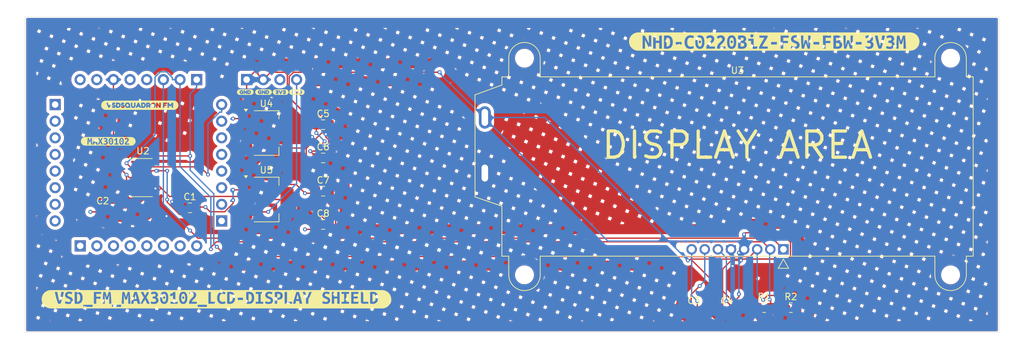
<source format=kicad_pcb>
(kicad_pcb (version 20240108) (generator "pcbnew") (generator_version "8.0")
  (layers (0 "F.Cu" signal) (31 "B.Cu" signal) (34 "B.Paste" user) (35 "F.Paste" user) (36 "B.SilkS" user "B.Silkscreen") (37 "F.SilkS" user "F.Silkscreen") (38 "B.Mask" user) (39 "F.Mask" user) (44 "Edge.Cuts" user))
  (net 0 "")
  (net 1 "+3.3V")
  (net 2 "GND")
  (net 3 "+1V8")
  (net 4 "Net-(U3-C1-)")
  (net 5 "Net-(U3-C1+)")
  (net 6 "Net-(U3-VOUT)")
  (net 7 "+5V")
  (net 8 "/SCL")
  (net 9 "/SDA")
  (net 14 "/MAX_INT")
  (net 26 "/RST")
  (footprint "Capacitor_SMD:C_0805_2012Metric_Pad1.18x1.45mm_HandSolder" (layer "F.Cu") (at 102.6375 101.6)
    (property "Reference" "C8" (at 0 -1.68 0) (layer "F.SilkS"))
    (property "Value" "22uF")
    (pad "1" smd roundrect (at -1.0375 0) (size 1.175 1.45) (layers "F.Cu" "F.Paste" "F.Mask") (roundrect_rratio 0.212766) (net 2 "GND"))
    (pad "2" smd roundrect (at 1.0375 0) (size 1.175 1.45) (layers "F.Cu" "F.Paste" "F.Mask") (roundrect_rratio 0.212766) (net 3 "+1V8"))
  )
  (footprint "Package_TO_SOT_SMD:SOT-223-3_TabPin2" (layer "F.Cu") (at 93.98 97.79)
    (property "Reference" "U5" (at 0 -4.5 0) (layer "F.SilkS"))
    (property "Value" "AMS1117-1.8")
    (pad "1" smd roundrect (at -3.15 -2.3) (size 2 1.5) (layers "F.Cu" "F.Paste" "F.Mask") (net 2 "GND"))
    (pad "2" smd roundrect (at -3.15 0) (size 2 1.5) (layers "F.Cu" "F.Paste" "F.Mask") (net 3 "+1V8"))
    (pad "2" smd roundrect (at 3.15 0) (size 2 3.8) (layers "F.Cu" "F.Paste" "F.Mask") (net 3 "+1V8"))
    (pad "3" smd roundrect (at -3.15 2.3) (size 2 1.5) (layers "F.Cu" "F.Paste" "F.Mask") (net 7 "+5V"))
  )
  (footprint "kibuzzard-67923B7F" (layer "F.Cu") (at 171.45 73.66)
    (property "Reference" "kibuzzard-67923B7F" (hide yes))
    (property "Value" "G***" (hide yes))
  )
  (footprint "Package_TO_SOT_SMD:SOT-223-3_TabPin2" (layer "F.Cu") (at 93.98 87.63)
    (property "Reference" "U4" (at 0 -4.5 0) (layer "F.SilkS"))
    (property "Value" "AMS1117-3.3")
    (pad "1" smd roundrect (at -3.15 -2.3) (size 2 1.5) (layers "F.Cu" "F.Paste" "F.Mask") (net 2 "GND"))
    (pad "2" smd roundrect (at -3.15 0) (size 2 1.5) (layers "F.Cu" "F.Paste" "F.Mask") (net 1 "+3.3V"))
    (pad "2" smd roundrect (at 3.15 0) (size 2 3.8) (layers "F.Cu" "F.Paste" "F.Mask") (net 1 "+3.3V"))
    (pad "3" smd roundrect (at -3.15 2.3) (size 2 1.5) (layers "F.Cu" "F.Paste" "F.Mask") (net 7 "+5V"))
  )
  (footprint "Resistor_SMD:R_0805_2012Metric_Pad1.20x1.40mm_HandSolder" (layer "F.Cu") (at 173.99 114.3)
    (property "Reference" "R2" (at 0 -1.65 0) (layer "F.SilkS"))
    (property "Value" "10K")
    (pad "1" smd roundrect (at -1 0) (size 1.2 1.4) (layers "F.Cu" "F.Paste" "F.Mask") (roundrect_rratio 0.208333) (net 1 "+3.3V"))
    (pad "2" smd roundrect (at 1 0) (size 1.2 1.4) (layers "F.Cu" "F.Paste" "F.Mask") (roundrect_rratio 0.208333) (net 9 "/SDA"))
  )
  (footprint "kibuzzard-67923C2B" (layer "F.Cu") (at 86.36 113.03)
    (property "Reference" "kibuzzard-67923C2B" (hide yes))
    (property "Value" "G***" (hide yes))
  )
  (footprint "Capacitor_SMD:C_0805_2012Metric_Pad1.18x1.45mm_HandSolder" (layer "F.Cu") (at 102.6375 96.52)
    (property "Reference" "C7" (at 0 -1.68 0) (layer "F.SilkS"))
    (property "Value" "10UF")
    (pad "1" smd roundrect (at -1.0375 0) (size 1.175 1.45) (layers "F.Cu" "F.Paste" "F.Mask") (roundrect_rratio 0.212766) (net 2 "GND"))
    (pad "2" smd roundrect (at 1.0375 0) (size 1.175 1.45) (layers "F.Cu" "F.Paste" "F.Mask") (roundrect_rratio 0.212766) (net 7 "+5V"))
  )
  (footprint "Capacitor_SMD:C_0805_2012Metric_Pad1.18x1.45mm_HandSolder" (layer "F.Cu") (at 102.6375 86.36)
    (property "Reference" "C5" (at 0 -1.68 0) (layer "F.SilkS"))
    (property "Value" "10UF")
    (pad "1" smd roundrect (at -1.0375 0) (size 1.175 1.45) (layers "F.Cu" "F.Paste" "F.Mask") (roundrect_rratio 0.212766) (net 2 "GND"))
    (pad "2" smd roundrect (at 1.0375 0) (size 1.175 1.45) (layers "F.Cu" "F.Paste" "F.Mask") (roundrect_rratio 0.212766) (net 7 "+5V"))
  )
  (footprint "kibuzzard-67923BE0" (layer "F.Cu") (at 69.85 88.9)
    (property "Reference" "kibuzzard-67923BE0" (hide yes))
    (property "Value" "G***" (hide yes))
  )
  (footprint "OptoDevice:Maxim_OLGA-14_3.3x5.6mm_P0.8mm" (layer "F.Cu") (at 74.93 94.45)
    (property "Reference" "U2" (at 0.22 -4.07 0) (layer "F.SilkS"))
    (property "Value" "MAX30102")
    (pad "1" smd roundrect (at -1.2 -2.4) (size 0.75 0.35) (layers "F.Cu" "F.Paste" "F.Mask"))
    (pad "2" smd roundrect (at -1.2 -1.6) (size 0.75 0.35) (layers "F.Cu" "F.Paste" "F.Mask") (net 8 "/SCL"))
    (pad "3" smd roundrect (at -1.2 -0.8) (size 0.75 0.35) (layers "F.Cu" "F.Paste" "F.Mask") (net 9 "/SDA"))
    (pad "4" smd roundrect (at -1.2 0) (size 0.75 0.35) (layers "F.Cu" "F.Paste" "F.Mask") (net 2 "GND"))
    (pad "5" smd roundrect (at -1.2 0.8) (size 0.75 0.35) (layers "F.Cu" "F.Paste" "F.Mask"))
    (pad "6" smd roundrect (at -1.2 1.6) (size 0.75 0.35) (layers "F.Cu" "F.Paste" "F.Mask"))
    (pad "7" smd roundrect (at -1.2 2.4) (size 0.75 0.35) (layers "F.Cu" "F.Paste" "F.Mask"))
    (pad "8" smd roundrect (at 1.2 2.4) (size 0.75 0.35) (layers "F.Cu" "F.Paste" "F.Mask"))
    (pad "9" smd roundrect (at 1.2 1.6) (size 0.75 0.35) (layers "F.Cu" "F.Paste" "F.Mask") (net 1 "+3.3V"))
    (pad "10" smd roundrect (at 1.2 0.8) (size 0.75 0.35) (layers "F.Cu" "F.Paste" "F.Mask") (net 1 "+3.3V"))
    (pad "11" smd roundrect (at 1.2 0) (size 0.75 0.35) (layers "F.Cu" "F.Paste" "F.Mask") (net 3 "+1V8"))
    (pad "12" smd roundrect (at 1.2 -0.8) (size 0.75 0.35) (layers "F.Cu" "F.Paste" "F.Mask") (net 2 "GND"))
    (pad "13" smd roundrect (at 1.2 -1.6) (size 0.75 0.35) (layers "F.Cu" "F.Paste" "F.Mask") (net 14 "/MAX_INT"))
    (pad "14" smd roundrect (at 1.2 -2.4) (size 0.75 0.35) (layers "F.Cu" "F.Paste" "F.Mask"))
  )
  (footprint "Capacitor_SMD:C_0805_2012Metric_Pad1.18x1.45mm_HandSolder" (layer "F.Cu") (at 82.3175 99.06)
    (property "Reference" "C1" (at 0 -1.68 0) (layer "F.SilkS"))
    (property "Value" "4.7uF")
    (pad "1" smd roundrect (at -1.0375 0) (size 1.175 1.45) (layers "F.Cu" "F.Paste" "F.Mask") (roundrect_rratio 0.212766) (net 1 "+3.3V"))
    (pad "2" smd roundrect (at 1.0375 0) (size 1.175 1.45) (layers "F.Cu" "F.Paste" "F.Mask") (roundrect_rratio 0.212766) (net 2 "GND"))
  )
  (footprint "Resistor_SMD:R_0805_2012Metric_Pad1.20x1.40mm_HandSolder" (layer "F.Cu") (at 169.91 114.3)
    (property "Reference" "R1" (at 0 -1.65 0) (layer "F.SilkS"))
    (property "Value" "10K")
    (pad "1" smd roundrect (at -1 0) (size 1.2 1.4) (layers "F.Cu" "F.Paste" "F.Mask") (roundrect_rratio 0.208333) (net 1 "+3.3V"))
    (pad "2" smd roundrect (at 1 0) (size 1.2 1.4) (layers "F.Cu" "F.Paste" "F.Mask") (roundrect_rratio 0.208333) (net 8 "/SCL"))
  )
  (footprint "VSDsquadron_FM:VSDSquadron_FM" (layer "F.Cu") (at 74.5033 92.1568)
    (property "Reference" "U1" (hide yes))
    (property "Value" "VSDSquadron FM" (hide yes))
    (pad "1" thru_hole rect (at -8.925764 12.718236 90) (size 1.7 1.7) (drill 1) (layers "*.Cu" "*.Mask"))
    (pad "2" thru_hole oval (at -6.385764 12.718236 90) (size 1.7 1.7) (drill 1) (layers "*.Cu" "*.Mask"))
    (pad "3" thru_hole oval (at -3.845764 12.718236 90) (size 1.7 1.7) (drill 1) (layers "*.Cu" "*.Mask"))
    (pad "4" thru_hole oval (at -1.305764 12.718236 90) (size 1.7 1.7) (drill 1) (layers "*.Cu" "*.Mask"))
    (pad "5" thru_hole oval (at 1.234236 12.718236 90) (size 1.7 1.7) (drill 1) (layers "*.Cu" "*.Mask"))
    (pad "6" thru_hole oval (at 3.774236 12.718236 90) (size 1.7 1.7) (drill 1) (layers "*.Cu" "*.Mask"))
    (pad "7" thru_hole oval (at 6.314236 12.718236 90) (size 1.7 1.7) (drill 1) (layers "*.Cu" "*.Mask"))
    (pad "8" thru_hole oval (at 8.854236 12.718236 90) (size 1.7 1.7) (drill 1) (layers "*.Cu" "*.Mask"))
    (pad "9" thru_hole rect (at 12.649236 8.908236 180) (size 1.7 1.7) (drill 1) (layers "*.Cu" "*.Mask"))
    (pad "10" thru_hole oval (at 12.649236 6.368236 180) (size 1.7 1.7) (drill 1) (layers "*.Cu" "*.Mask"))
    (pad "11" thru_hole oval (at 12.649236 3.828236 180) (size 1.7 1.7) (drill 1) (layers "*.Cu" "*.Mask"))
    (pad "12" thru_hole oval (at 12.649236 1.288236 180) (size 1.7 1.7) (drill 1) (layers "*.Cu" "*.Mask"))
    (pad "13" thru_hole oval (at 12.649236 -1.251764 180) (size 1.7 1.7) (drill 1) (layers "*.Cu" "*.Mask"))
    (pad "14" thru_hole oval (at 12.649236 -3.791764 180) (size 1.7 1.7) (drill 1) (layers "*.Cu" "*.Mask"))
    (pad "15" thru_hole oval (at 12.649236 -6.331764 180) (size 1.7 1.7) (drill 1) (layers "*.Cu" "*.Mask"))
    (pad "16" thru_hole oval (at 12.649236 -8.871764 180) (size 1.7 1.7) (drill 1) (layers "*.Cu" "*.Mask") (net 14 "/MAX_INT"))
    (pad "17" thru_hole rect (at 8.839236 -12.681764 270) (size 1.7 1.7) (drill 1) (layers "*.Cu" "*.Mask") (net 9 "/SDA"))
    (pad "18" thru_hole oval (at 6.299236 -12.681764 270) (size 1.7 1.7) (drill 1) (layers "*.Cu" "*.Mask") (net 8 "/SCL"))
    (pad "19" thru_hole oval (at 3.759236 -12.681764 270) (size 1.7 1.7) (drill 1) (layers "*.Cu" "*.Mask") (net 26 "/RST"))
    (pad "20" thru_hole oval (at 1.219236 -12.681764 270) (size 1.7 1.7) (drill 1) (layers "*.Cu" "*.Mask"))
    (pad "21" thru_hole oval (at -1.320764 -12.681764 270) (size 1.7 1.7) (drill 1) (layers "*.Cu" "*.Mask"))
    (pad "22" thru_hole oval (at -3.860764 -12.681764 270) (size 1.7 1.7) (drill 1) (layers "*.Cu" "*.Mask") (net 2 "GND"))
    (pad "23" thru_hole oval (at -6.400764 -12.681764 270) (size 1.7 1.7) (drill 1) (layers "*.Cu" "*.Mask"))
    (pad "24" thru_hole oval (at -8.940764 -12.681764 270) (size 1.7 1.7) (drill 1) (layers "*.Cu" "*.Mask"))
    (pad "25" thru_hole rect (at -12.750764 -8.871764) (size 1.7 1.7) (drill 1) (layers "*.Cu" "*.Mask"))
    (pad "26" thru_hole oval (at -12.750764 -6.331764) (size 1.7 1.7) (drill 1) (layers "*.Cu" "*.Mask"))
    (pad "27" thru_hole oval (at -12.750764 -3.791764) (size 1.7 1.7) (drill 1) (layers "*.Cu" "*.Mask"))
    (pad "28" thru_hole oval (at -12.750764 -1.251764) (size 1.7 1.7) (drill 1) (layers "*.Cu" "*.Mask"))
    (pad "29" thru_hole oval (at -12.750764 1.288236) (size 1.7 1.7) (drill 1) (layers "*.Cu" "*.Mask"))
    (pad "30" thru_hole oval (at -12.750764 3.828236) (size 1.7 1.7) (drill 1) (layers "*.Cu" "*.Mask"))
    (pad "31" thru_hole oval (at -12.750764 6.368236) (size 1.7 1.7) (drill 1) (layers "*.Cu" "*.Mask"))
    (pad "32" thru_hole oval (at -12.750764 8.908236) (size 1.7 1.7) (drill 1) (layers "*.Cu" "*.Mask"))
    (pad "33" thru_hole rect (at 16.459236 -12.681764 90) (size 1.7 1.7) (drill 1) (layers "*.Cu" "*.Mask") (net 2 "GND"))
    (pad "34" thru_hole oval (at 18.999236 -12.681764 90) (size 1.7 1.7) (drill 1) (layers "*.Cu" "*.Mask") (net 2 "GND"))
    (pad "35" thru_hole oval (at 21.539236 -12.681764 90) (size 1.7 1.7) (drill 1) (layers "*.Cu" "*.Mask"))
    (pad "36" thru_hole oval (at 24.079236 -12.681764 90) (size 1.7 1.7) (drill 1) (layers "*.Cu" "*.Mask") (net 7 "+5V"))
  )
  (footprint "Display:NHD-C0220BiZ" (layer "F.Cu") (at 165.85 89.5)
    (property "Reference" "U3" (at 0 -11.43 0) (layer "F.SilkS"))
    (property "Value" "NHD-C0220BIZ")
    (fp_text user "DISPLAY AREA" (at 0 0 0) (layer "F.SilkS") (effects (font (size 4 4) (thickness 0.5))))
    (pad "" np_thru_hole circle (at -32.5 -13.3) (size 2.5 2.5) (drill 2.5) (layers "*.Cu" "*.Mask"))
    (pad "" np_thru_hole circle (at -32.5 19.8) (size 2.5 2.5) (drill 2.5) (layers "*.Cu" "*.Mask"))
    (pad "" np_thru_hole circle (at 32.5 -13.3) (size 2.5 2.5) (drill 2.5) (layers "*.Cu" "*.Mask"))
    (pad "" np_thru_hole circle (at 32.5 19.8) (size 2.5 2.5) (drill 2.5) (layers "*.Cu" "*.Mask"))
    (pad "1" thru_hole rect (at 7 15.9) (size 1.6 1.6) (drill 1) (layers "*.Cu" "*.Mask") (net 26 "/RST"))
    (pad "2" thru_hole circle (at 5 15.9) (size 1.6 1.6) (drill 1) (layers "*.Cu" "*.Mask") (net 8 "/SCL"))
    (pad "3" thru_hole circle (at 3 15.9) (size 1.6 1.6) (drill 1) (layers "*.Cu" "*.Mask") (net 9 "/SDA"))
    (pad "4" thru_hole circle (at 1 15.9) (size 1.6 1.6) (drill 1) (layers "*.Cu" "*.Mask") (net 2 "GND"))
    (pad "5" thru_hole circle (at -1 15.9) (size 1.6 1.6) (drill 1) (layers "*.Cu" "*.Mask") (net 1 "+3.3V"))
    (pad "6" thru_hole circle (at -3 15.9) (size 1.6 1.6) (drill 1) (layers "*.Cu" "*.Mask") (net 6 "Net-(U3-VOUT)"))
    (pad "7" thru_hole circle (at -5 15.9) (size 1.6 1.6) (drill 1) (layers "*.Cu" "*.Mask") (net 5 "Net-(U3-C1+)"))
    (pad "8" thru_hole circle (at -7 15.9) (size 1.6 1.6) (drill 1) (layers "*.Cu" "*.Mask") (net 4 "Net-(U3-C1-)"))
    (pad "9" thru_hole oval (at -38.55 4.25) (size 1.8 3.4) (drill oval 1 2.6) (layers "*.Cu" "*.Mask") (net 1 "+3.3V"))
    (pad "10" thru_hole oval (at -38.55 -4.25) (size 1.8 3.4) (drill oval 1 2.6) (layers "*.Cu" "*.Mask") (net 2 "GND"))
  )
  (footprint "Capacitor_SMD:C_0201_0603Metric_Pad0.64x0.40mm_HandSolder" (layer "F.Cu") (at 69.0125 99.06)
    (property "Reference" "C2" (at 0 -1.05 0) (layer "F.SilkS"))
    (property "Value" "1uF")
    (pad "1" smd roundrect (at -0.4075 0) (size 0.635 0.4) (layers "F.Cu" "F.Mask") (net 2 "GND"))
    (pad "2" smd roundrect (at 0.4075 0) (size 0.635 0.4) (layers "F.Cu" "F.Mask") (net 3 "+1V8"))
  )
  (footprint "Capacitor_SMD:C_0201_0603Metric_Pad0.64x0.40mm_HandSolder" (layer "F.Cu") (at 164.2625 114.3)
    (property "Reference" "C4" (at 0 -1.05 0) (layer "F.SilkS"))
    (property "Value" "1uF")
    (pad "1" smd roundrect (at -0.4075 0) (size 0.635 0.4) (layers "F.Cu" "F.Mask") (net 2 "GND"))
    (pad "2" smd roundrect (at 0.4075 0) (size 0.635 0.4) (layers "F.Cu" "F.Mask") (net 6 "Net-(U3-VOUT)"))
  )
  (footprint "Capacitor_SMD:C_0201_0603Metric_Pad0.64x0.40mm_HandSolder" (layer "F.Cu") (at 159.1825 114.3)
    (property "Reference" "C3" (at 0 -1.05 0) (layer "F.SilkS"))
    (property "Value" "1uF")
    (pad "1" smd roundrect (at -0.4075 0) (size 0.635 0.4) (layers "F.Cu" "F.Mask") (net 5 "Net-(U3-C1+)"))
    (pad "2" smd roundrect (at 0.4075 0) (size 0.635 0.4) (layers "F.Cu" "F.Mask") (net 4 "Net-(U3-C1-)"))
  )
  (footprint "Capacitor_SMD:C_0805_2012Metric_Pad1.18x1.45mm_HandSolder" (layer "F.Cu") (at 102.6375 91.44)
    (property "Reference" "C6" (at 0 -1.68 0) (layer "F.SilkS"))
    (property "Value" "22uF")
    (pad "1" smd roundrect (at -1.0375 0) (size 1.175 1.45) (layers "F.Cu" "F.Paste" "F.Mask") (roundrect_rratio 0.212766) (net 2 "GND"))
    (pad "2" smd roundrect (at 1.0375 0) (size 1.175 1.45) (layers "F.Cu" "F.Paste" "F.Mask") (roundrect_rratio 0.212766) (net 1 "+3.3V"))
  )
  (gr_line (start 57.15 69.85) (end 57.15 118.11) (stroke (width 0.05)) (layer "Edge.Cuts"))
  (gr_line (start 57.15 69.85) (end 205.74 69.85) (stroke (width 0.05)) (layer "Edge.Cuts"))
  (gr_line (start 205.74 69.85) (end 205.74 118.11) (stroke (width 0.05)) (layer "Edge.Cuts"))
  (gr_line (start 57.15 118.11) (end 205.74 118.11) (stroke (width 0.05)) (layer "Edge.Cuts"))
  (segment (start 169.890086 115.280086) (end 172.009914 115.280086) (width 0.2) (layer "F.Cu") (net 1))
  (segment (start 77 96.05) (end 77.053817 96.103817) (width 0.2) (layer "F.Cu") (net 1))
  (segment (start 172.009914 115.280086) (end 172.99 114.3) (width 0.2) (layer "F.Cu") (net 1))
  (segment (start 100.33 88.9) (end 100.33 88.884634) (width 0.2) (layer "F.Cu") (net 1))
  (segment (start 98.4 88.9) (end 100.33 88.9) (width 0.2) (layer "F.Cu") (net 1))
  (segment (start 168.91 111.76) (end 165.1 107.95) (width 0.2) (layer "F.Cu") (net 1))
  (segment (start 168.91 114.3) (end 169.890086 115.280086) (width 0.2) (layer "F.Cu") (net 1))
  (segment (start 79.59613 98.027842) (end 79.59613 98.124846) (width 0.2) (layer "F.Cu") (net 1))
  (segment (start 97.13 87.63) (end 98.4 88.9) (width 0.2) (layer "F.Cu") (net 1))
  (segment (start 90.83 87.63) (end 97.13 87.63) (width 0.2) (layer "F.Cu") (net 1))
  (segment (start 100.33 88.884634) (end 100.957317 88.257317) (width 0.2) (layer "F.Cu") (net 1))
  (segment (start 81.28 99.06) (end 79.921986 97.701986) (width 0.2) (layer "F.Cu") (net 1))
  (segment (start 103.675 88.884634) (end 103.047683 88.257317) (width 0.2) (layer "F.Cu") (net 1))
  (segment (start 103.047683 88.257317) (end 103.047683 87.807683) (width 0.2) (layer "F.Cu") (net 1))
  (segment (start 79.921986 97.701986) (end 79.59613 98.027842) (width 0.2) (layer "F.Cu") (net 1))
  (segment (start 103.675 91.44) (end 103.675 88.884634) (width 0.2) (layer "F.Cu") (net 1))
  (segment (start 168.91 114.3) (end 168.91 111.76) (width 0.2) (layer "F.Cu") (net 1))
  (segment (start 76.13 96.05) (end 77 96.05) (width 0.2) (layer "F.Cu") (net 1))
  (via (at 100.957317 88.257317) (size 0.6) (drill 0.3) (layers "F.Cu" "B.Cu") (net 1))
  (via (at 103.047683 87.807683) (size 0.6) (drill 0.3) (layers "F.Cu" "B.Cu") (net 1))
  (via (at 79.59613 98.124846) (size 0.6) (drill 0.3) (layers "F.Cu" "B.Cu") (net 1))
  (via (at 165.1 107.95) (size 0.6) (drill 0.3) (layers "F.Cu" "B.Cu") (net 1))
  (via (at 77.053817 96.103817) (size 0.6) (drill 0.3) (layers "F.Cu" "B.Cu") (net 1))
  (via (at 78.74 100.33) (size 0.6) (drill 0.3) (layers "F.Cu" "B.Cu") (net 1))
  (segment (start 103.450086 89.14028) (end 103.11028 89.480086) (width 0.2) (layer "B.Cu") (net 1))
  (segment (start 102.180086 89.480086) (end 100.957317 88.257317) (width 0.2) (layer "B.Cu") (net 1))
  (segment (start 164.85 106.43) (end 164.85 105.4) (width 0.2) (layer "B.Cu") (net 1))
  (segment (start 165.1 107.95) (end 165.1 106.68) (width 0.2) (layer "B.Cu") (net 1))
  (segment (start 77.47 96.52) (end 77.47 99.06) (width 0.2) (layer "B.Cu") (net 1))
  (segment (start 103.11028 89.480086) (end 102.180086 89.480086) (width 0.2) (layer "B.Cu") (net 1))
  (segment (start 165.1 106.68) (end 164.85 106.43) (width 0.2) (layer "B.Cu") (net 1))
  (segment (start 103.450086 88.210086) (end 103.450086 89.14028) (width 0.2) (layer "B.Cu") (net 1))
  (segment (start 77.053817 96.103817) (end 77.47 96.52) (width 0.2) (layer "B.Cu") (net 1))
  (segment (start 77.47 99.06) (end 78.74 100.33) (width 0.2) (layer "B.Cu") (net 1))
  (segment (start 103.047683 87.807683) (end 103.450086 88.210086) (width 0.2) (layer "B.Cu") (net 1))
  (segment (start 75.26 93.65) (end 76.13 93.65) (width 0.2) (layer "F.Cu") (net 2))
  (segment (start 77.193 93.3996) (end 76.3804 93.3996) (width 0.2) (layer "F.Cu") (net 2))
  (segment (start 88.8932 96.3135) (end 90.0065 96.3135) (width 0.2) (layer "F.Cu") (net 2))
  (segment (start 164.135087 114.780086) (end 165.047708 114.780086) (width 0.2) (layer "F.Cu") (net 2))
  (segment (start 90.962536 85.197464) (end 90.83 85.33) (width 0.2) (layer "F.Cu") (net 2))
  (segment (start 166.57 106.888086) (end 166.37 107.088086) (width 0.2) (layer "F.Cu") (net 2))
  (segment (start 85.383522 99.655122) (end 87.620633 99.655122) (width 0.2) (layer "F.Cu") (net 2))
  (segment (start 99.8614 102.3509) (end 100.8491 102.3509) (width 0.2) (layer "F.Cu") (net 2))
  (segment (start 165.267586 113.453872) (end 166.063416 112.658042) (width 0.2) (layer "F.Cu") (net 2))
  (segment (start 104.542586 94.382586) (end 101.6 91.44) (width 0.2) (layer "F.Cu") (net 2))
  (segment (start 68.605 98.860001) (end 72.6419 94.823101) (width 0.2) (layer "F.Cu") (net 2))
  (segment (start 101.3721 90.3979) (end 102.87 88.9) (width 0.2) (layer "F.Cu") (net 2))
  (segment (start 83.355 99.06) (end 82.349914 100.065086) (width 0.2) (layer "F.Cu") (net 2))
  (segment (start 90.962536 79.475036) (end 90.962536 85.197464) (width 0.2) (layer "F.Cu") (net 2))
  (segment (start 73.73 94.45) (end 74.46 94.45) (width 0.2) (layer "F.Cu") (net 2))
  (segment (start 104.542586 97.221496) (end 104.542586 94.382586) (width 0.2) (layer "F.Cu") (net 2))
  (segment (start 94.632622 78.34495) (end 96.790461 78.34495) (width 0.2) (layer "F.Cu") (net 2))
  (segment (start 104.542586 102.301496) (end 104.238996 102.605086) (width 0.2) (layer "F.Cu") (net 2))
  (segment (start 98.114439 78.34495) (end 120.39495 78.34495) (width 0.2) (layer "F.Cu") (net 2))
  (segment (start 90.7319 85.4281) (end 90.83 85.33) (width 0.2) (layer "F.Cu") (net 2))
  (segment (start 102.605086 102.605086) (end 101.6 101.6) (width 0.2) (layer "F.Cu") (net 2))
  (segment (start 166.85 105.4) (end 166.59133 105.4) (width 0.2) (layer "F.Cu") (net 2))
  (segment (start 70.642536 92.012936) (end 72.6419 94.0123) (width 0.2) (layer "F.Cu") (net 2))
  (segment (start 83.4677 98.9473) (end 83.355 99.06) (width 0.2) (layer "F.Cu") (net 2))
  (segment (start 67.9839 99.6811) (end 68.605 99.06) (width 0.2) (layer "F.Cu") (net 2))
  (segment (start 164.9 107.088086) (end 166.37 107.088086) (width 0.2) (layer "F.Cu") (net 2))
  (segment (start 90.0065 96.3135) (end 90.83 95.49) (width 0.2) (layer "F.Cu") (net 2))
  (segment (start 101.6 87.63) (end 101.592317 87.622317) (width 0.2) (layer "F.Cu") (net 2))
  (segment (start 101.6 86.36) (end 97.45245 82.21245) (width 0.2) (layer "F.Cu") (net 2))
  (segment (start 72.6419 94.823101) (end 72.6419 94.0123) (width 0.2) (layer "F.Cu") (net 2))
  (segment (start 76.3804 93.3996) (end 76.13 93.65) (width 0.2) (layer "F.Cu") (net 2))
  (segment (start 87.620633 99.655122) (end 88.9 98.375755) (width 0.2) (layer "F.Cu") (net 2))
  (segment (start 165.267586 113.453872) (end 158.7018 106.888086) (width 0.2) (layer "F.Cu") (net 2))
  (segment (start 101.6 91.3344) (end 101.6 91.44) (width 0.2) (layer "F.Cu") (net 2))
  (segment (start 104.542586 99.462586) (end 104.542586 102.301496) (width 0.2) (layer "F.Cu") (net 2))
  (segment (start 97.45245 82.21245) (end 97.45245 79.006939) (width 0.2) (layer "F.Cu") (net 2))
  (segment (start 68.605 99.06) (end 68.605 98.860001) (width 0.2) (layer "F.Cu") (net 2))
  (segment (start 77.193 93.3996) (end 78.842586 93.3996) (width 0.2) (layer "F.Cu") (net 2))
  (segment (start 101.2895 96.8305) (end 101.6 96.52) (width 0.2) (layer "F.Cu") (net 2))
  (segment (start 103.111004 97.525086) (end 104.238996 97.525086) (width 0.2) (layer "F.Cu") (net 2))
  (segment (start 163.573714 108.414372) (end 164.9 107.088086) (width 0.2) (layer "F.Cu") (net 2))
  (segment (start 163.855 114.3) (end 163.573714 114.018714) (width 0.2) (layer "F.Cu") (net 2))
  (segment (start 72.6419 94.0123) (end 73.0796 94.45) (width 0.2) (layer "F.Cu") (net 2))
  (segment (start 97.172622 81.932622) (end 101.6 86.36) (width 0.2) (layer "F.Cu") (net 2))
  (segment (start 98.5209 95.49) (end 99.8614 96.8305) (width 0.2) (layer "F.Cu") (net 2))
  (segment (start 93.502536 79.475036) (end 94.632622 78.34495) (width 0.2) (layer "F.Cu") (net 2))
  (segment (start 88.8932 85.4281) (end 90.7319 85.4281) (width 0.2) (layer "F.Cu") (net 2))
  (segment (start 167.095314 102.87) (end 166.85 103.115314) (width 0.2) (layer "F.Cu") (net 2))
  (segment (start 173.930086 106.480086) (end 173.930086 104.319914) (width 0.2) (layer "F.Cu") (net 2))
  (segment (start 163.855 114.499999) (end 164.135087 114.780086) (width 0.2) (layer "F.Cu") (net 2))
  (segment (start 90.962536 79.475036) (end 90.962536 79.532536) (width 0.2) (layer "F.Cu") (net 2))
  (segment (start 158.269914 107.088086) (end 158.5018 107.088086) (width 0.2) (layer "F.Cu") (net 2))
  (segment (start 101.6 96.52) (end 104.542586 99.462586) (width 0.2) (layer "F.Cu") (net 2))
  (segment (start 173.522086 106.888086) (end 166.57 106.888086) (width 0.2) (layer "F.Cu") (net 2))
  (segment (start 96.790461 78.34495) (end 97.172622 78.727111) (width 0.2) (layer "F.Cu") (net 2))
  (segment (start 92.687674 78.660174) (end 93.502536 79.475036) (width 0.2) (layer "F.Cu") (net 2))
  (segment (start 88.9 98.375755) (end 88.9 97.901986) (width 0.2) (layer "F.Cu") (net 2))
  (segment (start 172.480172 102.87) (end 167.095314 102.87) (width 0.2) (layer "F.Cu") (net 2))
  (segment (start 70.642536 79.475036) (end 70.642536 92.012936) (width 0.2) (layer "F.Cu") (net 2))
  (segment (start 84.6757 98.9473) (end 85.383522 99.655122) (width 0.2) (layer "F.Cu") (net 2))
  (segment (start 99.8614 96.8305) (end 101.2895 96.8305) (width 0.2) (layer "F.Cu") (net 2))
  (segment (start 92.687674 77.749898) (end 90.962536 79.475036) (width 0.2) (layer "F.Cu") (net 2))
  (segment (start 82.349914 100.065086) (end 80.716004 100.065086) (width 0.2) (layer "F.Cu") (net 2))
  (segment (start 67.1323 99.6811) (end 67.9839 99.6811) (width 0.2) (layer "F.Cu") (net 2))
  (segment (start 74.46 94.45) (end 75.26 93.65) (width 0.2) (layer "F.Cu") (net 2))
  (segment (start 166.063416 112.658042) (end 166.063416 112.23695) (width 0.2) (layer "F.Cu") (net 2))
  (segment (start 97.45245 79.006939) (end 98.114439 78.34495) (width 0.2) (layer "F.Cu") (net 2))
  (segment (start 84.6757 98.9473) (end 83.4677 98.9473) (width 0.2) (layer "F.Cu") (net 2))
  (segment (start 90.83 95.49) (end 98.5209 95.49) (width 0.2) (layer "F.Cu") (net 2))
  (segment (start 165.267586 114.560208) (end 165.267586 113.453872) (width 0.2) (layer "F.Cu") (net 2))
  (segment (start 163.573714 114.018714) (end 163.573714 108.414372) (width 0.2) (layer "F.Cu") (net 2))
  (segment (start 100.6635 90.3979) (end 101.6 91.3344) (width 0.2) (layer "F.Cu") (net 2))
  (segment (start 92.687674 77.749898) (end 92.687674 78.660174) (width 0.2) (layer "F.Cu") (net 2))
  (segment (start 101.6 96.52) (end 101.6 96.014082) (width 0.2) (layer "F.Cu") (net 2))
  (segment (start 104.238996 102.605086) (end 102.605086 102.605086) (width 0.2) (layer "F.Cu") (net 2))
  (segment (start 165.047708 114.780086) (end 165.267586 114.560208) (width 0.2) (layer "F.Cu") (net 2))
  (segment (start 173.930086 104.319914) (end 172.480172 102.87) (width 0.2) (layer "F.Cu") (net 2))
  (segment (start 163.855 114.3) (end 163.855 114.499999) (width 0.2) (layer "F.Cu") (net 2))
  (segment (start 166.59133 105.4) (end 166.063416 105.927914) (width 0.2) (layer "F.Cu") (net 2))
  (segment (start 73.0796 94.45) (end 73.73 94.45) (width 0.2) (layer "F.Cu") (net 2))
  (segment (start 104.238996 97.525086) (end 104.542586 97.221496) (width 0.2) (layer "F.Cu") (net 2))
  (segment (start 101.6 96.014082) (end 103.111004 97.525086) (width 0.2) (layer "F.Cu") (net 2))
  (segment (start 80.716004 100.065086) (end 78.842586 98.191668) (width 0.2) (layer "F.Cu") (net 2))
  (segment (start 173.522086 106.888086) (end 173.930086 106.480086) (width 0.2) (layer "F.Cu") (net 2))
  (segment (start 158.5018 107.088086) (end 158.7018 106.888086) (width 0.2) (layer "F.Cu") (net 2))
  (segment (start 100.6635 90.3979) (end 101.3721 90.3979) (width 0.2) (layer "F.Cu") (net 2))
  (segment (start 100.8491 102.3509) (end 101.6 101.6) (width 0.2) (layer "F.Cu") (net 2))
  (segment (start 97.172622 78.727111) (end 97.172622 81.932622) (width 0.2) (layer "F.Cu") (net 2))
  (segment (start 158.7018 106.888086) (end 173.522086 106.888086) (width 0.2) (layer "F.Cu") (net 2))
  (segment (start 101.6 86.36) (end 101.6 87.63) (width 0.2) (layer "F.Cu") (net 2))
  (segment (start 78.842586 98.191668) (end 78.842586 97.79) (width 0.2) (layer "F.Cu") (net 2))
  (via (at 166.063416 112.23695) (size 0.6) (drill 0.3) (layers "F.Cu" "B.Cu") (net 2))
  (via (at 102.87 88.9) (size 0.6) (drill 0.3) (layers "F.Cu" "B.Cu") (net 2))
  (via (at 99.8614 102.3509) (size 0.6) (drill 0.3) (layers "F.Cu" "B.Cu") (net 2))
  (via (at 100.6635 90.3979) (size 0.6) (drill 0.3) (layers "F.Cu" "B.Cu") (net 2))
  (via (at 72.6419 94.0123) (size 0.6) (drill 0.3) (layers "F.Cu" "B.Cu") (net 2))
  (via (at 88.8932 96.3135) (size 0.6) (drill 0.3) (layers "F.Cu" "B.Cu") (net 2))
  (via (at 166.37 107.088086) (size 0.6) (drill 0.3) (layers "F.Cu" "B.Cu") (net 2))
  (via (at 99.8614 96.8305) (size 0.6) (drill 0.3) (layers "F.Cu" "B.Cu") (net 2))
  (via (at 166.063416 105.927914) (size 0.6) (drill 0.3) (layers "F.Cu" "B.Cu") (net 2))
  (via (at 158.269914 107.088086) (size 0.6) (drill 0.3) (layers "F.Cu" "B.Cu") (net 2))
  (via (at 88.9 97.901986) (size 0.6) (drill 0.3) (layers "F.Cu" "B.Cu") (net 2))
  (via (at 77.193 93.3996) (size 0.6) (drill 0.3) (layers "F.Cu" "B.Cu") (net 2))
  (via (at 67.1323 99.6811) (size 0.6) (drill 0.3) (layers "F.Cu" "B.Cu") (net 2))
  (via (at 84.6757 98.9473) (size 0.6) (drill 0.3) (layers "F.Cu" "B.Cu") (net 2))
  (via (at 101.592317 87.622317) (size 0.6) (drill 0.3) (layers "F.Cu" "B.Cu") (net 2))
  (via (at 166.85 103.115314) (size 0.6) (drill 0.3) (layers "F.Cu" "B.Cu") (net 2))
  (via (at 88.8932 85.4281) (size 0.6) (drill 0.3) (layers "F.Cu" "B.Cu") (net 2))
  (via (at 78.842586 97.79) (size 0.6) (drill 0.3) (layers "F.Cu" "B.Cu") (net 2))
  (via (at 78.842586 93.3996) (size 0.6) (drill 0.3) (layers "F.Cu" "B.Cu") (net 2))
  (via (at 120.39495 78.34495) (size 0.6) (drill 0.3) (layers "F.Cu" "B.Cu") (net 2))
  (segment (start 101.592317 87.622317) (end 102.87 88.9) (width 0.2) (layer "B.Cu") (net 2))
  (segment (start 88.9 97.901986) (end 88.9 96.3203) (width 0.2) (layer "B.Cu") (net 2))
  (segment (start 127.3 85.25) (end 136.431828 85.25) (width 0.2) (layer "B.Cu") (net 2))
  (segment (start 166.063416 105.927914) (end 166.063416 112.23695) (width 0.2) (layer "B.Cu") (net 2))
  (segment (start 120.65 78.74) (end 120.65 78.6) (width 0.2) (layer "B.Cu") (net 2))
  (segment (start 166.37 106.68) (end 166.37 107.088086) (width 0.2) (layer "B.Cu") (net 2))
  (segment (start 146.05 104.14) (end 120.65 78.74) (width 0.2) (layer "B.Cu") (net 2))
  (segment (start 166.063416 106.373416) (end 166.37 106.68) (width 0.2) (layer "B.Cu") (net 2))
  (segment (start 166.063416 105.927914) (end 166.063416 106.373416) (width 0.2) (layer "B.Cu") (net 2))
  (segment (start 168.11 104.14) (end 146.05 104.14) (width 0.2) (layer "B.Cu") (net 2))
  (segment (start 78.842586 97.79) (end 78.842586 93.3996) (width 0.2) (layer "B.Cu") (net 2))
  (segment (start 166.85 105.4) (end 168.11 104.14) (width 0.2) (layer "B.Cu") (net 2))
  (segment (start 88.9 96.3203) (end 88.8932 96.3135) (width 0.2) (layer "B.Cu") (net 2))
  (segment (start 136.431828 85.25) (end 158.269914 107.088086) (width 0.2) (layer "B.Cu") (net 2))
  (segment (start 120.65 78.6) (end 120.39495 78.34495) (width 0.2) (layer "B.Cu") (net 2))
  (segment (start 79.2023 97.3219) (end 77.9292 96.0488) (width 0.2) (layer "F.Cu") (net 3))
  (segment (start 90.3619 97.3219) (end 79.2023 97.3219) (width 0.2) (layer "F.Cu") (net 3))
  (segment (start 77.9292 96.0488) (end 74.918 99.06) (width 0.2) (layer "F.Cu") (net 3))
  (segment (start 74.918 99.06) (end 69.42 99.06) (width 0.2) (layer "F.Cu") (net 3))
  (segment (start 90.83 97.79) (end 90.3619 97.3219) (width 0.2) (layer "F.Cu") (net 3))
  (segment (start 99.865 97.79) (end 97.13 97.79) (width 0.2) (layer "F.Cu") (net 3))
  (segment (start 76.13 94.45) (end 76.3304 94.45) (width 0.2) (layer "F.Cu") (net 3))
  (segment (start 76.3304 94.45) (end 77.9292 96.0488) (width 0.2) (layer "F.Cu") (net 3))
  (segment (start 90.83 97.79) (end 97.13 97.79) (width 0.2) (layer "F.Cu") (net 3))
  (segment (start 103.675 101.6) (end 99.865 97.79) (width 0.2) (layer "F.Cu") (net 3))
  (segment (start 159.7151 114.1749) (end 159.7151 113.3058) (width 0.2) (layer "F.Cu") (net 4))
  (segment (start 159.59 114.3) (end 159.7151 114.1749) (width 0.2) (layer "F.Cu") (net 4))
  (via (at 159.7151 113.3058) (size 0.6) (drill 0.3) (layers "F.Cu" "B.Cu") (net 4))
  (segment (start 158.85 105.4) (end 158.85 112.4407) (width 0.2) (layer "B.Cu") (net 4))
  (segment (start 158.85 112.4407) (end 159.7151 113.3058) (width 0.2) (layer "B.Cu") (net 4))
  (segment (start 158.775 114.3) (end 158.775 112.3001) (width 0.2) (layer "F.Cu") (net 5))
  (segment (start 158.775 112.3001) (end 160.0765 110.9986) (width 0.2) (layer "F.Cu") (net 5))
  (via (at 160.0765 110.9986) (size 0.6) (drill 0.3) (layers "F.Cu" "B.Cu") (net 5))
  (segment (start 160.0765 110.9986) (end 160.85 110.2251) (width 0.2) (layer "B.Cu") (net 5))
  (segment (start 160.85 110.2251) (end 160.85 105.4) (width 0.2) (layer "B.Cu") (net 5))
  (segment (start 164.67 114.3) (end 164.67 113.8424) (width 0.2) (layer "F.Cu") (net 6))
  (segment (start 164.67 113.8424) (end 164.1538 113.3262) (width 0.2) (layer "F.Cu") (net 6))
  (via (at 164.1538 113.3262) (size 0.6) (drill 0.3) (layers "F.Cu" "B.Cu") (net 6))
  (segment (start 164.1538 106.7038) (end 162.85 105.4) (width 0.2) (layer "B.Cu") (net 6))
  (segment (start 164.1538 113.3262) (end 164.1538 106.7038) (width 0.2) (layer "B.Cu") (net 6))
  (segment (start 91.2389 99.6811) (end 90.83 100.09) (width 0.2) (layer "F.Cu") (net 7))
  (segment (start 94.2475 99.6811) (end 91.2389 99.6811) (width 0.2) (layer "F.Cu") (net 7))
  (segment (start 100.0618 89.93) (end 100.0618 92.9068) (width 0.2) (layer "F.Cu") (net 7))
  (segment (start 100.0618 89.93) (end 100.105 89.93) (width 0.2) (layer "F.Cu") (net 7))
  (segment (start 100.0618 92.9068) (end 103.675 96.52) (width 0.2) (layer "F.Cu") (net 7))
  (segment (start 90.83 89.93) (end 100.0618 89.93) (width 0.2) (layer "F.Cu") (net 7))
  (segment (start 100.105 89.93) (end 103.675 86.36) (width 0.2) (layer "F.Cu") (net 7))
  (segment (start 98.5825 79.475) (end 98.5825 81.2675) (width 0.2) (layer "F.Cu") (net 7))
  (segment (start 98.5825 81.2675) (end 103.675 86.36) (width 0.2) (layer "F.Cu") (net 7))
  (via (at 94.2475 99.6811) (size 0.6) (drill 0.3) (layers "F.Cu" "B.Cu") (net 7))
  (segment (start 98.5825 79.475) (end 98.5825 95.3461) (width 0.2) (layer "B.Cu") (net 7))
  (segment (start 98.5825 95.3461) (end 94.2475 99.6811) (width 0.2) (layer "B.Cu") (net 7))
  (segment (start 169.6991 104.2491) (end 86.3423 104.2491) (width 0.2) (layer "F.Cu") (net 8))
  (segment (start 170.91 113.2184) (end 170.7471 113.0555) (width 0.2) (layer "F.Cu") (net 8))
  (segment (start 72.6419 92.2403) (end 73.2516 92.85) (width 0.2) (layer "F.Cu") (net 8))
  (segment (start 73.2516 92.85) (end 73.73 92.85) (width 0.2) (layer "F.Cu") (net 8))
  (segment (start 170.85 105.4) (end 169.6991 104.2491) (width 0.2) (layer "F.Cu") (net 8))
  (segment (start 170.91 114.3) (end 170.91 113.2184) (width 0.2) (layer "F.Cu") (net 8))
  (segment (start 86.3423 104.2491) (end 85.5078 105.0836) (width 0.2) (layer "F.Cu") (net 8))
  (segment (start 85.5078 105.0836) (end 85.5078 105.3823) (width 0.2) (layer "F.Cu") (net 8))
  (via (at 85.5078 105.3823) (size 0.6) (drill 0.3) (layers "F.Cu" "B.Cu") (net 8))
  (via (at 72.6419 92.2403) (size 0.6) (drill 0.3) (layers "F.Cu" "B.Cu") (net 8))
  (via (at 170.7471 113.0555) (size 0.6) (drill 0.3) (layers "F.Cu" "B.Cu") (net 8))
  (segment (start 76.9925 79.0764) (end 76.9925 87.8897) (width 0.2) (layer "B.Cu") (net 8))
  (segment (start 79.6508 79.475) (end 79.6508 79.1871) (width 0.2) (layer "B.Cu") (net 8))
  (segment (start 79.6508 79.1871) (end 78.7441 78.2804) (width 0.2) (layer "B.Cu") (net 8))
  (segment (start 80.8025 92.7701) (end 85.5078 97.4754) (width 0.2) (layer "B.Cu") (net 8))
  (segment (start 77.7885 78.2804) (end 76.9925 79.0764) (width 0.2) (layer "B.Cu") (net 8))
  (segment (start 170.85 105.4) (end 170.7471 105.5029) (width 0.2) (layer "B.Cu") (net 8))
  (segment (start 78.7441 78.2804) (end 77.7885 78.2804) (width 0.2) (layer "B.Cu") (net 8))
  (segment (start 80.8025 79.475) (end 80.8025 92.7701) (width 0.2) (layer "B.Cu") (net 8))
  (segment (start 85.5078 97.4754) (end 85.5078 105.3823) (width 0.2) (layer "B.Cu") (net 8))
  (segment (start 170.7471 105.5029) (end 170.7471 113.0555) (width 0.2) (layer "B.Cu") (net 8))
  (segment (start 76.9925 87.8897) (end 72.6419 92.2403) (width 0.2) (layer "B.Cu") (net 8))
  (segment (start 80.8025 79.475) (end 79.6508 79.475) (width 0.2) (layer "B.Cu") (net 8))
  (segment (start 173.1437 112.4537) (end 170.4209 112.4537) (width 0.2) (layer "F.Cu") (net 9))
  (segment (start 170.4209 112.4537) (end 169.7655 113.1091) (width 0.2) (layer "F.Cu") (net 9))
  (segment (start 73.73 93.65) (end 73.9137 93.65) (width 0.2) (layer "F.Cu") (net 9))
  (segment (start 167.742 106.508) (end 87.9002 106.508) (width 0.2) (layer "F.Cu") (net 9))
  (segment (start 74.9014 92.3405) (end 76.1126 91.1293) (width 0.2) (layer "F.Cu") (net 9))
  (segment (start 74.9014 92.6623) (end 74.9014 92.3405) (width 0.2) (layer "F.Cu") (net 9))
  (segment (start 168.85 105.4) (end 167.742 106.508) (width 0.2) (layer "F.Cu") (net 9))
  (segment (start 73.9137 93.65) (end 74.9014 92.6623) (width 0.2) (layer "F.Cu") (net 9))
  (segment (start 174.99 114.3) (end 173.1437 112.4537) (width 0.2) (layer "F.Cu") (net 9))
  (segment (start 87.9002 106.508) (end 86.4172 105.025) (width 0.2) (layer "F.Cu") (net 9))
  (segment (start 76.1126 91.1293) (end 82.3443 91.1293) (width 0.2) (layer "F.Cu") (net 9))
  (via (at 86.4172 105.025) (size 0.6) (drill 0.3) (layers "F.Cu" "B.Cu") (net 9))
  (via (at 169.7655 113.1091) (size 0.6) (drill 0.3) (layers "F.Cu" "B.Cu") (net 9))
  (via (at 82.3443 91.1293) (size 0.6) (drill 0.3) (layers "F.Cu" "B.Cu") (net 9))
  (segment (start 85.9553 96.9199) (end 82.3443 93.3089) (width 0.2) (layer "B.Cu") (net 9))
  (segment (start 86.4172 105.025) (end 85.9553 104.5631) (width 0.2) (layer "B.Cu") (net 9))
  (segment (start 82.3443 81.6249) (end 83.3425 80.6267) (width 0.2) (layer "B.Cu") (net 9))
  (segment (start 85.9553 104.5631) (end 85.9553 96.9199) (width 0.2) (layer "B.Cu") (net 9))
  (segment (start 82.3443 91.1293) (end 82.3443 81.6249) (width 0.2) (layer "B.Cu") (net 9))
  (segment (start 168.85 112.1936) (end 168.85 105.4) (width 0.2) (layer "B.Cu") (net 9))
  (segment (start 169.7655 113.1091) (end 168.85 112.1936) (width 0.2) (layer "B.Cu") (net 9))
  (segment (start 82.3443 93.3089) (end 82.3443 91.1293) (width 0.2) (layer "B.Cu") (net 9))
  (segment (start 83.3425 79.475) (end 83.3425 80.6267) (width 0.2) (layer "B.Cu") (net 9))
  (segment (start 83.8854 92.7979) (end 76.1821 92.7979) (width 0.2) (layer "F.Cu") (net 14))
  (segment (start 76.1821 92.7979) (end 76.13 92.85) (width 0.2) (layer "F.Cu") (net 14))
  (segment (start 85.0674 93.9799) (end 83.8854 92.7979) (width 0.2) (layer "F.Cu") (net 14))
  (via (at 85.0674 93.9799) (size 0.6) (drill 0.3) (layers "F.Cu" "B.Cu") (net 14))
  (segment (start 87.1525 83.285) (end 87.1525 84.4367) (width 0.2) (layer "B.Cu") (net 14))
  (segment (start 86.8646 84.4367) (end 85.0674 86.2339) (width 0.2) (layer "B.Cu") (net 14))
  (segment (start 85.0674 86.2339) (end 85.0674 93.9799) (width 0.2) (layer "B.Cu") (net 14))
  (segment (start 87.1525 84.4367) (end 86.8646 84.4367) (width 0.2) (layer "B.Cu") (net 14))
  (segment (start 83.508 103.6954) (end 82.3443 102.5317) (width 0.2) (layer "F.Cu") (net 26))
  (segment (start 172.85 105.4) (end 171.1454 103.6954) (width 0.2) (layer "F.Cu") (net 26))
  (segment (start 171.1454 103.6954) (end 83.508 103.6954) (width 0.2) (layer "F.Cu") (net 26))
  (via (at 82.3443 102.5317) (size 0.6) (drill 0.3) (layers "F.Cu" "B.Cu") (net 26))
  (segment (start 78.2625 98.4499) (end 78.2625 79.475) (width 0.2) (layer "B.Cu") (net 26))
  (segment (start 82.3443 102.5317) (end 78.2625 98.4499) (width 0.2) (layer "B.Cu") (net 26))
  (zone (net 1) (net_name "+3.3V") (layers "F&B.Cu") (priority 1) (connect_pads yes (clearance 0.508)) (min_thickness 0.254) (fill yes (mode hatch) (thermal_gap 0.5) (thermal_bridge_width 0.5) (hatch_thickness 1.524) (hatch_gap 0.508) (hatch_orientation 68) (hatch_border_algorithm hatch_thickness) (hatch_min_hole_area 0.3))
    (polygon (pts (xy 53.34 67.31) (xy 53.34 119.38) (xy 209.55 119.38) (xy 209.55 67.31)))
  )
  (zone (net 2) (net_name "GND") (layer "B.Cu") (connect_pads yes (clearance 0.508)) (min_thickness 0.254) (fill yes (mode hatch) (thermal_gap 0.5) (thermal_bridge_width 0.5) (hatch_thickness 10) (hatch_gap 1.5) (hatch_orientation 0) (hatch_border_algorithm hatch_thickness) (hatch_min_hole_area 0.3))
    (polygon (pts (xy 53.34 67.31) (xy 53.34 119.38) (xy 209.55 119.38) (xy 209.55 67.31)))
  )
)
</source>
